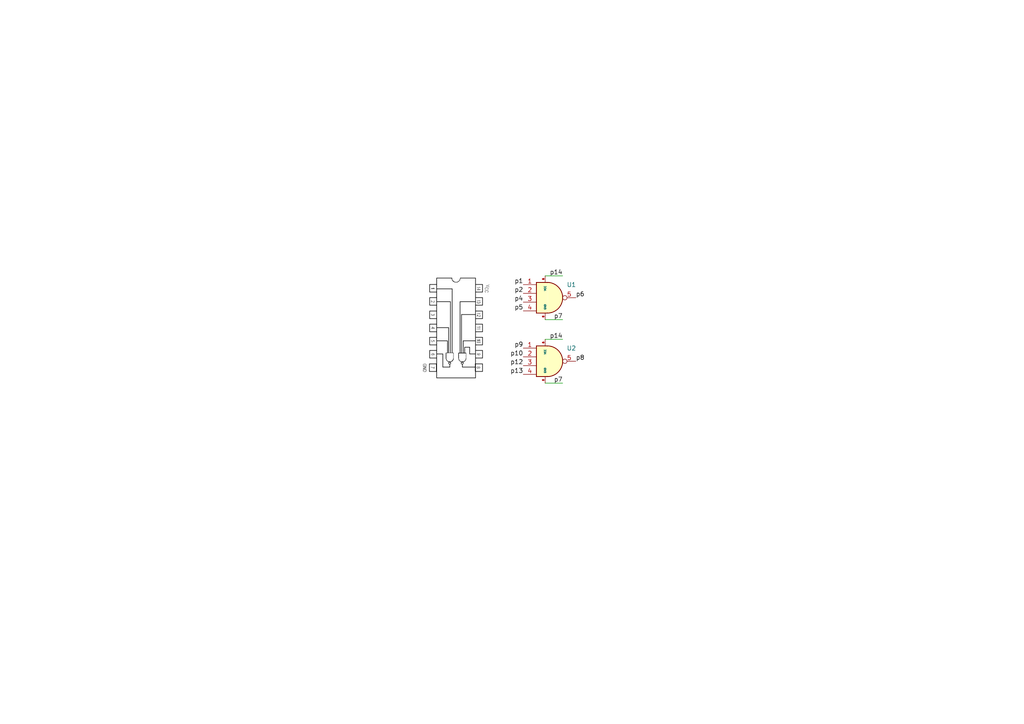
<source format=kicad_sch>
(kicad_sch (version 20231120) (generator "eeschema") (generator_version "8.0")
  (paper "A4")
  (lib_symbols
    (symbol "SimCad:NAND4" (pin_names (offset 1.016))
      (property "Reference" "U" (at 2.54 6.35 0))
      (symbol "NAND4_1_1"
        (polyline (pts (xy 0.635 4.445) (xy -2.54 4.445) (xy -2.54 -4.445) (xy 0.635 -4.445)) (stroke (width 0.254)) (fill (type background)))
        (arc (start 0.635 -4.445) (mid 5.08 0) (end 0.635 4.445) (stroke (width 0.254)) (fill (type background)))
        (pin input line (at 0 -6.35 90) (length 1.8034) (name "GND") (number "0"))
        (pin input line (at -6.35 3.81 0) (length 3.81) (name "~") (number "1"))
        (pin input line (at -6.35 1.27 0) (length 3.81) (name "~") (number "2"))
        (pin input line (at -6.35 -1.27 0) (length 3.81) (name "~") (number "3"))
        (pin input line (at -6.35 -3.81 0) (length 3.81) (name "~") (number "4"))
        (pin output inverted (at 8.89 0 180) (length 3.81) (name "~") (number "5"))
        (pin input line (at 0 6.35 270) (length 1.8034) (name "VCC") (number "6"))
      )
    )
  )
  (wire (pts (xy 158.115 111.125) (xy 163.195 111.125)))
  (wire (pts (xy 158.115 80.01) (xy 163.195 80.01)))
  (wire (pts (xy 158.115 92.71) (xy 163.195 92.71)))
  (wire (pts (xy 158.115 98.425) (xy 163.195 98.425)))
  (image (at 132.08 95.25))
  (label "p2" (at 151.765 85.09 180))
  (label "p14" (at 163.195 98.425 180))
  (label "p7" (at 163.195 92.71 180))
  (label "p7" (at 163.195 111.125 180))
  (label "p6" (at 167.005 86.36 0))
  (label "p4" (at 151.765 87.63 180))
  (label "p10" (at 151.765 103.505 180))
  (label "p9" (at 151.765 100.965 180))
  (label "p5" (at 151.765 90.17 180))
  (label "p14" (at 163.195 80.01 180))
  (label "p13" (at 151.765 108.585 180))
  (label "p8" (at 167.005 104.775 0))
  (label "p12" (at 151.765 106.045 180))
  (label "p1" (at 151.765 82.55 180))
  (symbol (lib_id "SimCad:NAND4") (at 158.115 104.775 0) (unit 1)
    (property "Reference" "U2" (at 165.735 100.9964 0))
    (property "Value" "NAND4" (effects (hide yes)))
  )
  (symbol (lib_id "SimCad:NAND4") (at 158.115 86.36 0) (unit 1)
    (property "Reference" "U1" (at 165.735 82.5814 0))
    (property "Value" "NAND4" (effects (hide yes)))
  )
)
</source>
